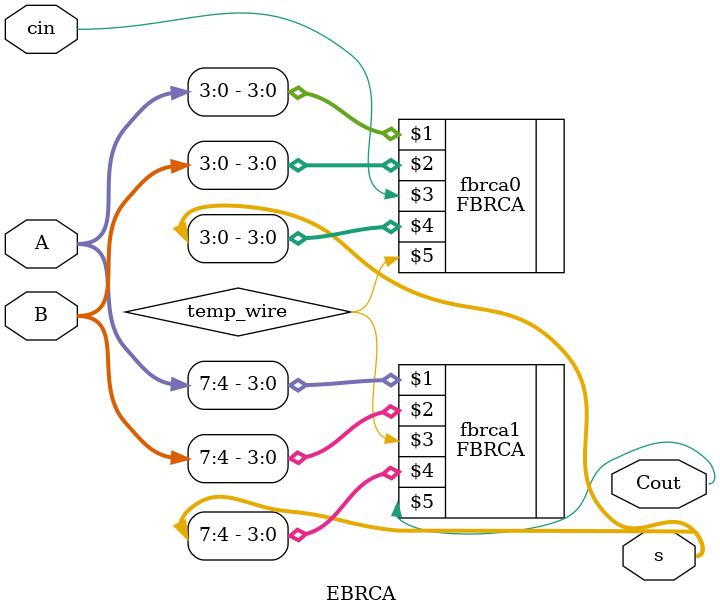
<source format=v>
module EBRCA (
    input  [7:0] A,
    input  [7:0] B,
    input   cin,
    output [7:0] s,
    output Cout
);
wire temp_wire;
FBRCA fbrca0(A[3:0], B[3:0], cin, s[3:0], temp_wire );
FBRCA fbrca1(A[7:4], B[7:4], temp_wire, s[7:4], Cout );
endmodule

</source>
